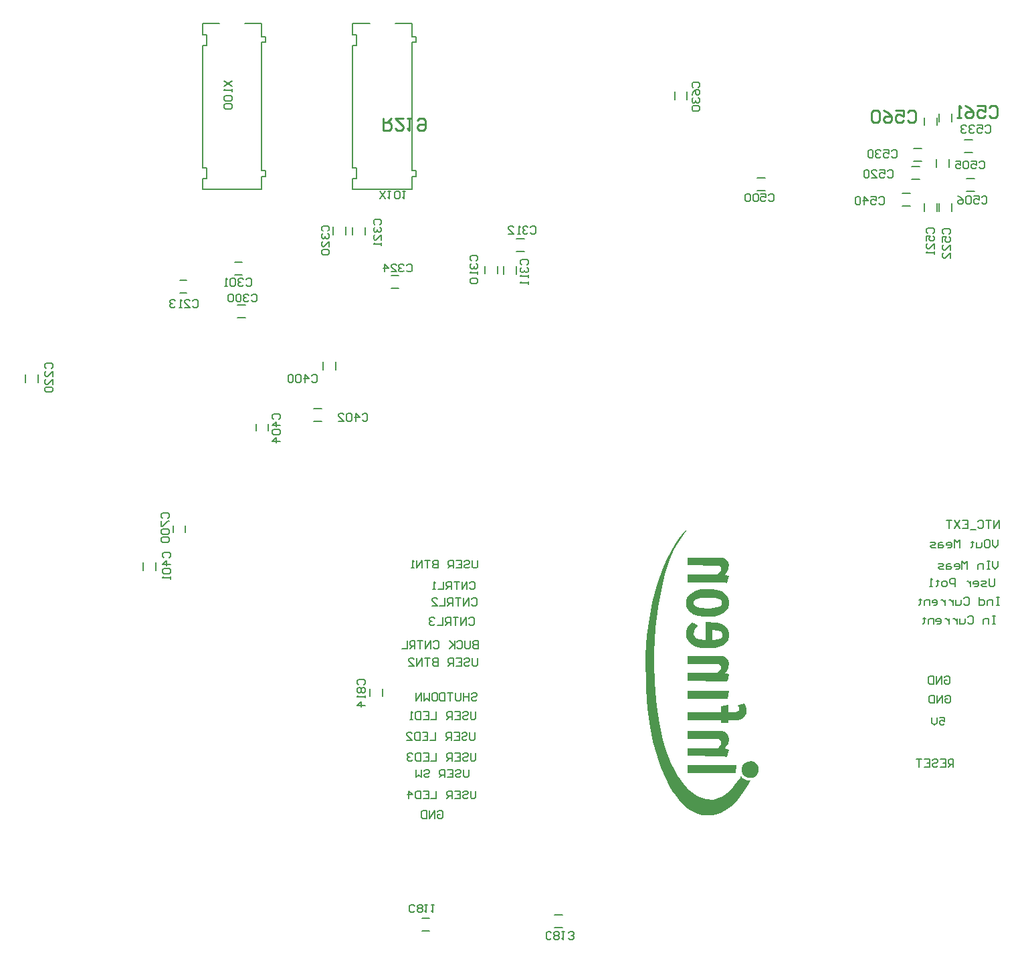
<source format=gbo>
G04*
G04 #@! TF.GenerationSoftware,Altium Limited,Altium Designer,22.2.1 (43)*
G04*
G04 Layer_Color=32896*
%FSLAX25Y25*%
%MOIN*%
G70*
G04*
G04 #@! TF.SameCoordinates,B3CF93AD-5C46-479A-8AA0-F490141B64D1*
G04*
G04*
G04 #@! TF.FilePolarity,Positive*
G04*
G01*
G75*
%ADD12C,0.00787*%
%ADD13C,0.01000*%
G36*
X353028Y206734D02*
X354248Y206192D01*
X355333Y204972D01*
X355875Y203345D01*
X355604Y200904D01*
X355062Y199819D01*
X353841Y198192D01*
X356011Y197650D01*
X355062Y193989D01*
X353435Y194260D01*
X335130Y194396D01*
Y198463D01*
X350316D01*
X351808Y200362D01*
Y202124D01*
X350858Y202802D01*
X335130Y202938D01*
Y206870D01*
X353028Y206734D01*
D02*
G37*
G36*
X349638Y190870D02*
X352079Y190057D01*
X353977Y188836D01*
X355333Y187209D01*
X356011Y185175D01*
Y183277D01*
X355604Y181785D01*
X354655Y180294D01*
X352892Y178938D01*
X351536Y178260D01*
X348553Y177446D01*
X343265Y177311D01*
X340689Y177718D01*
X338248Y178531D01*
X336892Y179345D01*
X335672Y180565D01*
X334723Y182463D01*
X334647Y183907D01*
X334587Y185040D01*
X334994Y186667D01*
X335943Y188158D01*
X337774Y189514D01*
X338655Y190057D01*
X341909Y191006D01*
X347875Y191141D01*
X349638Y190870D01*
D02*
G37*
G36*
X349774Y174463D02*
X352214Y173785D01*
X353841Y172836D01*
X355333Y171209D01*
X356011Y169175D01*
Y167973D01*
X352543D01*
X352621Y168769D01*
X352214Y169582D01*
X351672Y169989D01*
X350723Y170396D01*
X347469Y170667D01*
Y165650D01*
X350723Y166057D01*
X352079Y166735D01*
X352485Y167277D01*
X352543Y167962D01*
X356011D01*
Y167277D01*
X355604Y165785D01*
X354926Y164701D01*
X353028Y163074D01*
X351401Y162260D01*
X348825Y161582D01*
X342045D01*
X339333Y162260D01*
X336757Y163751D01*
X335536Y165243D01*
X334723Y167141D01*
Y170260D01*
X335265Y171887D01*
X336214Y173379D01*
X337299Y174463D01*
X338655Y173921D01*
X340282Y172972D01*
Y172701D01*
X339604Y172158D01*
X338519Y170396D01*
X338384Y168362D01*
X338791Y167412D01*
X339740Y166463D01*
X341096Y165921D01*
X344214Y165650D01*
Y174734D01*
X349774Y174463D01*
D02*
G37*
G36*
X352892Y157650D02*
X354384Y156972D01*
X355333Y155887D01*
X355875Y154260D01*
X355604Y151819D01*
X354926Y150463D01*
X353841Y149107D01*
X354655Y148972D01*
X356011Y148565D01*
X355469Y146260D01*
X354926Y144904D01*
X353164Y145175D01*
X335130Y145311D01*
Y149243D01*
X350045D01*
X350858Y149921D01*
X351808Y151277D01*
X351943Y152633D01*
X351672Y153175D01*
X350723Y153718D01*
X335130Y153853D01*
Y157785D01*
X352892Y157650D01*
D02*
G37*
G36*
X355333Y136362D02*
X335130D01*
Y140429D01*
X355875D01*
X355333Y136362D01*
D02*
G37*
G36*
X364011Y133514D02*
X364553Y131616D01*
X364418Y129040D01*
X363604Y127412D01*
X362384Y126463D01*
X360214Y125650D01*
X355469D01*
Y124294D01*
X351943D01*
Y125650D01*
X335130D01*
Y129718D01*
X351943D01*
Y132701D01*
X355469Y133379D01*
Y129718D01*
X359401D01*
X360621Y130260D01*
X360892Y130667D01*
Y132158D01*
X360350Y133107D01*
X361977Y133785D01*
X363604Y134192D01*
X364011Y133514D01*
D02*
G37*
G36*
X353706Y119955D02*
X354384Y119548D01*
X355333Y118463D01*
X355875Y116836D01*
Y115616D01*
X355469Y113989D01*
X354384Y112226D01*
X353706Y111684D01*
X356011Y111141D01*
X355062Y107345D01*
X353028Y107752D01*
X335130Y107887D01*
Y111819D01*
X350180D01*
X350858Y112497D01*
X351808Y113853D01*
X351943Y115209D01*
X351672Y115752D01*
X350723Y116294D01*
X335130Y116429D01*
Y120362D01*
X352079D01*
X353706Y119955D01*
D02*
G37*
G36*
X359130Y99209D02*
X335130D01*
Y103277D01*
X359536D01*
X359130Y99209D01*
D02*
G37*
G36*
X368214Y105040D02*
X369299Y104362D01*
X370113Y103277D01*
X370655Y102057D01*
Y100158D01*
X370384Y99345D01*
X369570Y98124D01*
X367808Y97040D01*
X365096D01*
X364011Y97582D01*
X363062Y98531D01*
X362384Y99887D01*
X362248Y101785D01*
X362926Y103548D01*
X363740Y104362D01*
X365096Y105175D01*
X367265Y105311D01*
X368214Y105040D01*
D02*
G37*
G36*
X334587Y220023D02*
X332824Y217853D01*
X330113Y213650D01*
X328350Y210260D01*
X326045Y204701D01*
X324011Y198463D01*
X322113Y190870D01*
X320485Y181921D01*
X319265Y171616D01*
X318587Y159684D01*
X318655Y153853D01*
X318853Y144542D01*
X319130Y140023D01*
X319808Y132836D01*
X321164Y124023D01*
X322113Y119413D01*
X322926Y116158D01*
X324282Y111413D01*
X325909Y106938D01*
X326994Y104362D01*
X328485Y101243D01*
X330248Y98124D01*
X331469Y96226D01*
X333231Y93921D01*
X334858Y92023D01*
X336350Y90667D01*
X337570Y89718D01*
X338926Y88769D01*
X340553Y87819D01*
X342180Y87141D01*
X344485Y86463D01*
X348282Y86192D01*
X350045Y86599D01*
X352485Y87684D01*
X355062Y89446D01*
X356011Y90260D01*
X357231Y91480D01*
X358723Y93243D01*
X361435Y96904D01*
X361706Y97582D01*
X362113Y97718D01*
X362384Y97175D01*
X363604Y96362D01*
X364825Y95819D01*
X366452Y95548D01*
X365503Y93650D01*
X363062Y89718D01*
X360350Y86192D01*
X356824Y82802D01*
X353841Y80633D01*
X351536Y79413D01*
X348011Y78328D01*
X342587D01*
X340146Y79006D01*
X336892Y80633D01*
X335265Y81718D01*
X333774Y82938D01*
X331875Y84836D01*
X330180Y86938D01*
X329164Y88226D01*
X327672Y90396D01*
X325909Y93379D01*
X324418Y96226D01*
X322248Y101243D01*
X320079Y107480D01*
X318045Y115074D01*
X316553Y122531D01*
X315333Y131209D01*
X314519Y141379D01*
X314384Y158463D01*
X315062Y168090D01*
X316146Y176362D01*
X317638Y184226D01*
X319943Y193040D01*
X322926Y201446D01*
X324553Y205243D01*
X326858Y209582D01*
X328892Y213243D01*
X331062Y216497D01*
X332282Y218124D01*
X333367Y219480D01*
X334180Y220294D01*
X334723Y220429D01*
X334587Y220023D01*
D02*
G37*
%LPC*%
G36*
X349367Y186667D02*
X341502D01*
X339604Y186124D01*
X338791Y185582D01*
X338248Y184633D01*
X338384Y183955D01*
Y183413D01*
X339604Y182328D01*
X341231Y181785D01*
X346384Y181514D01*
X350045Y181921D01*
X351401Y182463D01*
X352214Y183413D01*
X352350Y184633D01*
X352079Y185311D01*
X351265Y185989D01*
X349367Y186667D01*
D02*
G37*
%LPD*%
D12*
X114570Y473027D02*
X123034D01*
X93507D02*
X101971D01*
X95475Y462003D02*
Y467515D01*
X123034Y466530D02*
X125003D01*
Y463774D02*
Y466530D01*
X123034Y463774D02*
X125003D01*
X123034Y399601D02*
Y463774D01*
Y399601D02*
X125003D01*
Y396845D02*
Y399601D01*
X123034Y396845D02*
X125003D01*
X123034Y390349D02*
Y396845D01*
X93507Y390349D02*
Y395861D01*
X95475D01*
Y400979D01*
X93507D02*
X95475D01*
X93507D02*
Y462003D01*
X95475D01*
X93507Y467515D02*
X95475D01*
X93507D02*
Y473027D01*
X123034Y466530D02*
Y473027D01*
X93507Y390349D02*
X123034D01*
X170310Y461971D02*
Y467483D01*
X197869Y466499D02*
X199838D01*
Y463743D02*
Y466499D01*
X197869Y463743D02*
X199838D01*
X197869Y399570D02*
Y463743D01*
Y399570D02*
X199838D01*
Y396814D02*
Y399570D01*
X197869Y396814D02*
X199838D01*
X197869Y390318D02*
Y396814D01*
X168342Y390318D02*
Y395830D01*
X170310D01*
Y400948D01*
X168342D02*
X170310D01*
X168342D02*
Y461971D01*
X170310D01*
X168342Y467483D02*
X170310D01*
X168342D02*
Y472995D01*
X197869Y466499D02*
Y472995D01*
X168342Y390318D02*
X197869D01*
X168342Y472995D02*
X176806D01*
X189405D02*
X197869D01*
X460680Y379523D02*
Y383459D01*
X466979Y379523D02*
Y383459D01*
X474216Y395664D02*
X478153D01*
X474216Y389365D02*
X478153D01*
X466979Y424011D02*
Y427948D01*
X460680Y424011D02*
Y427948D01*
X82090Y344877D02*
X85633D01*
X82090Y338578D02*
X85633D01*
X5121Y294090D02*
Y298026D01*
X11420Y294090D02*
Y298026D01*
X111024Y326378D02*
X114961D01*
X111024Y332677D02*
X114961D01*
X109452Y347633D02*
X113389D01*
X109452Y353932D02*
X113389D01*
X234255Y348223D02*
Y352160D01*
X240554Y348223D02*
Y352160D01*
X243704Y348026D02*
Y351963D01*
X250003Y348026D02*
Y351963D01*
X250003Y365743D02*
X253940D01*
X250003Y359444D02*
X253940D01*
X164964Y367711D02*
Y371649D01*
X158664Y367711D02*
Y371649D01*
X168113Y367711D02*
Y371255D01*
X174412Y367711D02*
Y371255D01*
X187598Y347244D02*
X191142D01*
X187598Y340945D02*
X191142D01*
X153546Y300389D02*
Y304326D01*
X159845Y300389D02*
Y304326D01*
X70082Y200507D02*
Y204444D01*
X63782Y200507D02*
Y204444D01*
X148822Y274798D02*
X152759D01*
X148822Y281097D02*
X152759D01*
X120082Y269877D02*
Y273420D01*
X126381Y269877D02*
Y273420D01*
X369885Y396058D02*
X373822D01*
X369885Y389759D02*
X373822D01*
X459105Y401373D02*
Y405310D01*
X465405Y401373D02*
Y405310D01*
X446901Y401767D02*
X450838D01*
X446901Y395467D02*
X450838D01*
X453200Y379326D02*
Y383263D01*
X459499Y379326D02*
Y383263D01*
X447885Y404523D02*
X451822D01*
X447885Y410822D02*
X451822D01*
X473279Y415153D02*
X477215D01*
X473279Y408853D02*
X477215D01*
X442176Y382082D02*
X446113D01*
X442176Y388381D02*
X446113D01*
X335042Y435034D02*
Y438971D01*
X328743Y435034D02*
Y438971D01*
X78743Y219328D02*
Y222871D01*
X85042Y219328D02*
Y222871D01*
X202756Y27165D02*
X206693D01*
X202756Y20866D02*
X206693D01*
X268898Y28740D02*
X272835D01*
X268898Y22441D02*
X272835D01*
X176772Y137598D02*
Y141535D01*
X183071Y137598D02*
Y141535D01*
X453200Y422239D02*
Y426176D01*
X459499Y422239D02*
Y426176D01*
X229310Y119659D02*
Y116379D01*
X228654Y115723D01*
X227342D01*
X226687Y116379D01*
Y119659D01*
X222751Y119003D02*
X223407Y119659D01*
X224719D01*
X225375Y119003D01*
Y118347D01*
X224719Y117691D01*
X223407D01*
X222751Y117035D01*
Y116379D01*
X223407Y115723D01*
X224719D01*
X225375Y116379D01*
X218815Y119659D02*
X221439D01*
Y115723D01*
X218815D01*
X221439Y117691D02*
X220127D01*
X217503Y115723D02*
Y119659D01*
X215535D01*
X214879Y119003D01*
Y117691D01*
X215535Y117035D01*
X217503D01*
X216191D02*
X214879Y115723D01*
X209632Y119659D02*
Y115723D01*
X207008D01*
X203072Y119659D02*
X205696D01*
Y115723D01*
X203072D01*
X205696Y117691D02*
X204384D01*
X201760Y119659D02*
Y115723D01*
X199792D01*
X199136Y116379D01*
Y119003D01*
X199792Y119659D01*
X201760D01*
X195201Y115723D02*
X197824D01*
X195201Y118347D01*
Y119003D01*
X195856Y119659D01*
X197168D01*
X197824Y119003D01*
X229704Y90525D02*
Y87245D01*
X229048Y86589D01*
X227736D01*
X227080Y87245D01*
Y90525D01*
X223144Y89869D02*
X223800Y90525D01*
X225112D01*
X225768Y89869D01*
Y89213D01*
X225112Y88557D01*
X223800D01*
X223144Y87901D01*
Y87245D01*
X223800Y86589D01*
X225112D01*
X225768Y87245D01*
X219209Y90525D02*
X221832D01*
Y86589D01*
X219209D01*
X221832Y88557D02*
X220521D01*
X217897Y86589D02*
Y90525D01*
X215929D01*
X215273Y89869D01*
Y88557D01*
X215929Y87901D01*
X217897D01*
X216585D02*
X215273Y86589D01*
X210025Y90525D02*
Y86589D01*
X207401D01*
X203466Y90525D02*
X206090D01*
Y86589D01*
X203466D01*
X206090Y88557D02*
X204778D01*
X202154Y90525D02*
Y86589D01*
X200186D01*
X199530Y87245D01*
Y89869D01*
X200186Y90525D01*
X202154D01*
X196250Y86589D02*
Y90525D01*
X198218Y88557D01*
X195594D01*
X490554Y221517D02*
Y225453D01*
X487930Y221517D01*
Y225453D01*
X486618D02*
X483995D01*
X485307D01*
Y221517D01*
X480059Y224797D02*
X480715Y225453D01*
X482027D01*
X482683Y224797D01*
Y222173D01*
X482027Y221517D01*
X480715D01*
X480059Y222173D01*
X478747Y220861D02*
X476123D01*
X472187Y225453D02*
X474811D01*
Y221517D01*
X472187D01*
X474811Y223485D02*
X473499D01*
X470876Y225453D02*
X468252Y221517D01*
Y225453D02*
X470876Y221517D01*
X466940Y225453D02*
X464316D01*
X465628D01*
Y221517D01*
X489767Y205110D02*
Y202486D01*
X488455Y201174D01*
X487143Y202486D01*
Y205110D01*
X485831D02*
X484519D01*
X485175D01*
Y201174D01*
X485831D01*
X484519D01*
X482551D02*
Y203798D01*
X480583D01*
X479927Y203142D01*
Y201174D01*
X474680D02*
Y205110D01*
X473368Y203798D01*
X472056Y205110D01*
Y201174D01*
X468776D02*
X470088D01*
X470744Y201830D01*
Y203142D01*
X470088Y203798D01*
X468776D01*
X468120Y203142D01*
Y202486D01*
X470744D01*
X466152Y203798D02*
X464840D01*
X464184Y203142D01*
Y201174D01*
X466152D01*
X466808Y201830D01*
X466152Y202486D01*
X464184D01*
X462873Y201174D02*
X460905D01*
X460249Y201830D01*
X460905Y202486D01*
X462217D01*
X462873Y203142D01*
X462217Y203798D01*
X460249D01*
X488583Y177558D02*
X487271D01*
X487927D01*
Y173622D01*
X488583D01*
X487271D01*
X485303D02*
Y176246D01*
X483335D01*
X482679Y175590D01*
Y173622D01*
X474808Y176902D02*
X475464Y177558D01*
X476776D01*
X477431Y176902D01*
Y174278D01*
X476776Y173622D01*
X475464D01*
X474808Y174278D01*
X473496Y176246D02*
Y174278D01*
X472840Y173622D01*
X470872D01*
Y176246D01*
X469560D02*
Y173622D01*
Y174934D01*
X468904Y175590D01*
X468248Y176246D01*
X467592D01*
X465624D02*
Y173622D01*
Y174934D01*
X464968Y175590D01*
X464312Y176246D01*
X463656D01*
X459721Y173622D02*
X461032D01*
X461689Y174278D01*
Y175590D01*
X461032Y176246D01*
X459721D01*
X459065Y175590D01*
Y174934D01*
X461689D01*
X457753Y173622D02*
Y176246D01*
X455785D01*
X455129Y175590D01*
Y173622D01*
X453161Y176902D02*
Y176246D01*
X453817D01*
X452505D01*
X453161D01*
Y174278D01*
X452505Y173622D01*
X227474Y185932D02*
X228130Y186588D01*
X229442D01*
X230098Y185932D01*
Y183308D01*
X229442Y182652D01*
X228130D01*
X227474Y183308D01*
X226162Y182652D02*
Y186588D01*
X223538Y182652D01*
Y186588D01*
X222226D02*
X219602D01*
X220914D01*
Y182652D01*
X218290D02*
Y186588D01*
X216323D01*
X215667Y185932D01*
Y184620D01*
X216323Y183964D01*
X218290D01*
X216979D02*
X215667Y182652D01*
X214355Y186588D02*
Y182652D01*
X211731D01*
X207795D02*
X210419D01*
X207795Y185276D01*
Y185932D01*
X208451Y186588D01*
X209763D01*
X210419Y185932D01*
X226293Y176483D02*
X226949Y177139D01*
X228261D01*
X228917Y176483D01*
Y173859D01*
X228261Y173204D01*
X226949D01*
X226293Y173859D01*
X224981Y173204D02*
Y177139D01*
X222357Y173204D01*
Y177139D01*
X221045D02*
X218421D01*
X219733D01*
Y173204D01*
X217109D02*
Y177139D01*
X215142D01*
X214486Y176483D01*
Y175171D01*
X215142Y174515D01*
X217109D01*
X215797D02*
X214486Y173204D01*
X213174Y177139D02*
Y173204D01*
X210550D01*
X209238Y176483D02*
X208582Y177139D01*
X207270D01*
X206614Y176483D01*
Y175827D01*
X207270Y175171D01*
X207926D01*
X207270D01*
X206614Y174515D01*
Y173859D01*
X207270Y173204D01*
X208582D01*
X209238Y173859D01*
X463124Y146981D02*
X463780Y147636D01*
X465092D01*
X465748Y146981D01*
Y144357D01*
X465092Y143701D01*
X463780D01*
X463124Y144357D01*
Y145669D01*
X464436D01*
X461812Y143701D02*
Y147636D01*
X459189Y143701D01*
Y147636D01*
X457877D02*
Y143701D01*
X455909D01*
X455253Y144357D01*
Y146981D01*
X455909Y147636D01*
X457877D01*
X463518Y137532D02*
X464174Y138188D01*
X465486D01*
X466142Y137532D01*
Y134908D01*
X465486Y134252D01*
X464174D01*
X463518Y134908D01*
Y136220D01*
X464830D01*
X462206Y134252D02*
Y138188D01*
X459582Y134252D01*
Y138188D01*
X458270D02*
Y134252D01*
X456302D01*
X455646Y134908D01*
Y137532D01*
X456302Y138188D01*
X458270D01*
X230491Y156667D02*
Y153387D01*
X229835Y152731D01*
X228523D01*
X227868Y153387D01*
Y156667D01*
X223932Y156011D02*
X224588Y156667D01*
X225900D01*
X226556Y156011D01*
Y155355D01*
X225900Y154699D01*
X224588D01*
X223932Y154043D01*
Y153387D01*
X224588Y152731D01*
X225900D01*
X226556Y153387D01*
X219996Y156667D02*
X222620D01*
Y152731D01*
X219996D01*
X222620Y154699D02*
X221308D01*
X218684Y152731D02*
Y156667D01*
X216716D01*
X216060Y156011D01*
Y154699D01*
X216716Y154043D01*
X218684D01*
X217372D02*
X216060Y152731D01*
X210813Y156667D02*
Y152731D01*
X208845D01*
X208189Y153387D01*
Y154043D01*
X208845Y154699D01*
X210813D01*
X208845D01*
X208189Y155355D01*
Y156011D01*
X208845Y156667D01*
X210813D01*
X206877D02*
X204253D01*
X205565D01*
Y152731D01*
X202941D02*
Y156667D01*
X200317Y152731D01*
Y156667D01*
X196382Y152731D02*
X199005D01*
X196382Y155355D01*
Y156011D01*
X197038Y156667D01*
X198349D01*
X199005Y156011D01*
X226161Y101155D02*
Y97875D01*
X225505Y97219D01*
X224193D01*
X223537Y97875D01*
Y101155D01*
X219601Y100499D02*
X220257Y101155D01*
X221569D01*
X222225Y100499D01*
Y99843D01*
X221569Y99187D01*
X220257D01*
X219601Y98531D01*
Y97875D01*
X220257Y97219D01*
X221569D01*
X222225Y97875D01*
X215665Y101155D02*
X218289D01*
Y97219D01*
X215665D01*
X218289Y99187D02*
X216977D01*
X214353Y97219D02*
Y101155D01*
X212386D01*
X211730Y100499D01*
Y99187D01*
X212386Y98531D01*
X214353D01*
X213042D02*
X211730Y97219D01*
X203858Y100499D02*
X204514Y101155D01*
X205826D01*
X206482Y100499D01*
Y99843D01*
X205826Y99187D01*
X204514D01*
X203858Y98531D01*
Y97875D01*
X204514Y97219D01*
X205826D01*
X206482Y97875D01*
X202546Y101155D02*
Y97219D01*
X201234Y98531D01*
X199922Y97219D01*
Y101155D01*
X490551Y187007D02*
X489239D01*
X489895D01*
Y183071D01*
X490551D01*
X489239D01*
X487271D02*
Y185695D01*
X485303D01*
X484648Y185039D01*
Y183071D01*
X480712Y187007D02*
Y183071D01*
X482680D01*
X483336Y183727D01*
Y185039D01*
X482680Y185695D01*
X480712D01*
X472840Y186351D02*
X473496Y187007D01*
X474808D01*
X475464Y186351D01*
Y183727D01*
X474808Y183071D01*
X473496D01*
X472840Y183727D01*
X471528Y185695D02*
Y183727D01*
X470872Y183071D01*
X468905D01*
Y185695D01*
X467593D02*
Y183071D01*
Y184383D01*
X466937Y185039D01*
X466281Y185695D01*
X465625D01*
X463657D02*
Y183071D01*
Y184383D01*
X463001Y185039D01*
X462345Y185695D01*
X461689D01*
X457753Y183071D02*
X459065D01*
X459721Y183727D01*
Y185039D01*
X459065Y185695D01*
X457753D01*
X457097Y185039D01*
Y184383D01*
X459721D01*
X455786Y183071D02*
Y185695D01*
X453818D01*
X453162Y185039D01*
Y183071D01*
X451194Y186351D02*
Y185695D01*
X451850D01*
X450538D01*
X451194D01*
Y183727D01*
X450538Y183071D01*
X230885Y165328D02*
Y161392D01*
X228917D01*
X228261Y162048D01*
Y162704D01*
X228917Y163360D01*
X230885D01*
X228917D01*
X228261Y164016D01*
Y164672D01*
X228917Y165328D01*
X230885D01*
X226949D02*
Y162048D01*
X226293Y161392D01*
X224981D01*
X224325Y162048D01*
Y165328D01*
X220390Y164672D02*
X221046Y165328D01*
X222358D01*
X223014Y164672D01*
Y162048D01*
X222358Y161392D01*
X221046D01*
X220390Y162048D01*
X219078Y165328D02*
Y161392D01*
Y162704D01*
X216454Y165328D01*
X218422Y163360D01*
X216454Y161392D01*
X208583Y164672D02*
X209239Y165328D01*
X210550D01*
X211206Y164672D01*
Y162048D01*
X210550Y161392D01*
X209239D01*
X208583Y162048D01*
X207271Y161392D02*
Y165328D01*
X204647Y161392D01*
Y165328D01*
X203335D02*
X200711D01*
X202023D01*
Y161392D01*
X199399D02*
Y165328D01*
X197431D01*
X196775Y164672D01*
Y163360D01*
X197431Y162704D01*
X199399D01*
X198087D02*
X196775Y161392D01*
X195463Y165328D02*
Y161392D01*
X192840D01*
X488189Y196455D02*
Y193176D01*
X487533Y192520D01*
X486221D01*
X485565Y193176D01*
Y196455D01*
X484253Y192520D02*
X482285D01*
X481629Y193176D01*
X482285Y193832D01*
X483597D01*
X484253Y194488D01*
X483597Y195143D01*
X481629D01*
X478350Y192520D02*
X479662D01*
X480317Y193176D01*
Y194488D01*
X479662Y195143D01*
X478350D01*
X477694Y194488D01*
Y193832D01*
X480317D01*
X476382Y195143D02*
Y192520D01*
Y193832D01*
X475726Y194488D01*
X475070Y195143D01*
X474414D01*
X468510Y192520D02*
Y196455D01*
X466542D01*
X465886Y195800D01*
Y194488D01*
X466542Y193832D01*
X468510D01*
X463919Y192520D02*
X462607D01*
X461951Y193176D01*
Y194488D01*
X462607Y195143D01*
X463919D01*
X464574Y194488D01*
Y193176D01*
X463919Y192520D01*
X459983Y195800D02*
Y195143D01*
X460639D01*
X459327D01*
X459983D01*
Y193176D01*
X459327Y192520D01*
X457359D02*
X456047D01*
X456703D01*
Y196455D01*
X457359Y195800D01*
X226687Y194200D02*
X227342Y194856D01*
X228654D01*
X229310Y194200D01*
Y191576D01*
X228654Y190920D01*
X227342D01*
X226687Y191576D01*
X225375Y190920D02*
Y194856D01*
X222751Y190920D01*
Y194856D01*
X221439D02*
X218815D01*
X220127D01*
Y190920D01*
X217503D02*
Y194856D01*
X215535D01*
X214879Y194200D01*
Y192888D01*
X215535Y192232D01*
X217503D01*
X216191D02*
X214879Y190920D01*
X213567Y194856D02*
Y190920D01*
X210944D01*
X209632D02*
X208320D01*
X208976D01*
Y194856D01*
X209632Y194200D01*
X230491Y205486D02*
Y202206D01*
X229835Y201550D01*
X228523D01*
X227868Y202206D01*
Y205486D01*
X223932Y204830D02*
X224588Y205486D01*
X225900D01*
X226556Y204830D01*
Y204174D01*
X225900Y203518D01*
X224588D01*
X223932Y202862D01*
Y202206D01*
X224588Y201550D01*
X225900D01*
X226556Y202206D01*
X219996Y205486D02*
X222620D01*
Y201550D01*
X219996D01*
X222620Y203518D02*
X221308D01*
X218684Y201550D02*
Y205486D01*
X216716D01*
X216060Y204830D01*
Y203518D01*
X216716Y202862D01*
X218684D01*
X217372D02*
X216060Y201550D01*
X210813Y205486D02*
Y201550D01*
X208845D01*
X208189Y202206D01*
Y202862D01*
X208845Y203518D01*
X210813D01*
X208845D01*
X208189Y204174D01*
Y204830D01*
X208845Y205486D01*
X210813D01*
X206877D02*
X204253D01*
X205565D01*
Y201550D01*
X202941D02*
Y205486D01*
X200317Y201550D01*
Y205486D01*
X199005Y201550D02*
X197694D01*
X198349D01*
Y205486D01*
X199005Y204830D01*
X227474Y138688D02*
X228130Y139344D01*
X229442D01*
X230098Y138688D01*
Y138032D01*
X229442Y137376D01*
X228130D01*
X227474Y136720D01*
Y136064D01*
X228130Y135408D01*
X229442D01*
X230098Y136064D01*
X226162Y139344D02*
Y135408D01*
Y137376D01*
X223538D01*
Y139344D01*
Y135408D01*
X222226Y139344D02*
Y136064D01*
X221570Y135408D01*
X220258D01*
X219602Y136064D01*
Y139344D01*
X218290D02*
X215667D01*
X216979D01*
Y135408D01*
X214355Y139344D02*
Y135408D01*
X212387D01*
X211731Y136064D01*
Y138688D01*
X212387Y139344D01*
X214355D01*
X208451D02*
X209763D01*
X210419Y138688D01*
Y136064D01*
X209763Y135408D01*
X208451D01*
X207795Y136064D01*
Y138688D01*
X208451Y139344D01*
X206483D02*
Y135408D01*
X205171Y136720D01*
X203859Y135408D01*
Y139344D01*
X202548Y135408D02*
Y139344D01*
X199924Y135408D01*
Y139344D01*
X229704Y109423D02*
Y106143D01*
X229048Y105487D01*
X227736D01*
X227080Y106143D01*
Y109423D01*
X223144Y108767D02*
X223800Y109423D01*
X225112D01*
X225768Y108767D01*
Y108111D01*
X225112Y107455D01*
X223800D01*
X223144Y106799D01*
Y106143D01*
X223800Y105487D01*
X225112D01*
X225768Y106143D01*
X219209Y109423D02*
X221832D01*
Y105487D01*
X219209D01*
X221832Y107455D02*
X220521D01*
X217897Y105487D02*
Y109423D01*
X215929D01*
X215273Y108767D01*
Y107455D01*
X215929Y106799D01*
X217897D01*
X216585D02*
X215273Y105487D01*
X210025Y109423D02*
Y105487D01*
X207401D01*
X203466Y109423D02*
X206090D01*
Y105487D01*
X203466D01*
X206090Y107455D02*
X204778D01*
X202154Y109423D02*
Y105487D01*
X200186D01*
X199530Y106143D01*
Y108767D01*
X200186Y109423D01*
X202154D01*
X198218Y108767D02*
X197562Y109423D01*
X196250D01*
X195594Y108767D01*
Y108111D01*
X196250Y107455D01*
X196906D01*
X196250D01*
X195594Y106799D01*
Y106143D01*
X196250Y105487D01*
X197562D01*
X198218Y106143D01*
X467717Y102362D02*
Y106298D01*
X465749D01*
X465093Y105642D01*
Y104330D01*
X465749Y103674D01*
X467717D01*
X466405D02*
X465093Y102362D01*
X461157Y106298D02*
X463781D01*
Y102362D01*
X461157D01*
X463781Y104330D02*
X462469D01*
X457221Y105642D02*
X457877Y106298D01*
X459189D01*
X459845Y105642D01*
Y104986D01*
X459189Y104330D01*
X457877D01*
X457221Y103674D01*
Y103018D01*
X457877Y102362D01*
X459189D01*
X459845Y103018D01*
X453286Y106298D02*
X455909D01*
Y102362D01*
X453286D01*
X455909Y104330D02*
X454597D01*
X451974Y106298D02*
X449350D01*
X450662D01*
Y102362D01*
X229704Y129895D02*
Y126615D01*
X229048Y125959D01*
X227736D01*
X227080Y126615D01*
Y129895D01*
X223144Y129239D02*
X223800Y129895D01*
X225112D01*
X225768Y129239D01*
Y128583D01*
X225112Y127927D01*
X223800D01*
X223144Y127271D01*
Y126615D01*
X223800Y125959D01*
X225112D01*
X225768Y126615D01*
X219209Y129895D02*
X221832D01*
Y125959D01*
X219209D01*
X221832Y127927D02*
X220521D01*
X217897Y125959D02*
Y129895D01*
X215929D01*
X215273Y129239D01*
Y127927D01*
X215929Y127271D01*
X217897D01*
X216585D02*
X215273Y125959D01*
X210025Y129895D02*
Y125959D01*
X207401D01*
X203466Y129895D02*
X206090D01*
Y125959D01*
X203466D01*
X206090Y127927D02*
X204778D01*
X202154Y129895D02*
Y125959D01*
X200186D01*
X199530Y126615D01*
Y129239D01*
X200186Y129895D01*
X202154D01*
X198218Y125959D02*
X196906D01*
X197562D01*
Y129895D01*
X198218Y129239D01*
X489767Y215686D02*
Y213063D01*
X488455Y211751D01*
X487143Y213063D01*
Y215686D01*
X483863D02*
X485175D01*
X485831Y215030D01*
Y212407D01*
X485175Y211751D01*
X483863D01*
X483207Y212407D01*
Y215030D01*
X483863Y215686D01*
X481895Y214374D02*
Y212407D01*
X481239Y211751D01*
X479271D01*
Y214374D01*
X477304Y215030D02*
Y214374D01*
X477959D01*
X476648D01*
X477304D01*
Y212407D01*
X476648Y211751D01*
X470744D02*
Y215686D01*
X469432Y214374D01*
X468120Y215686D01*
Y211751D01*
X464840D02*
X466152D01*
X466808Y212407D01*
Y213719D01*
X466152Y214374D01*
X464840D01*
X464184Y213719D01*
Y213063D01*
X466808D01*
X462217Y214374D02*
X460905D01*
X460249Y213719D01*
Y211751D01*
X462217D01*
X462873Y212407D01*
X462217Y213063D01*
X460249D01*
X458937Y211751D02*
X456969D01*
X456313Y212407D01*
X456969Y213063D01*
X458281D01*
X458937Y213719D01*
X458281Y214374D01*
X456313D01*
X210545Y80027D02*
X211201Y80682D01*
X212513D01*
X213169Y80027D01*
Y77403D01*
X212513Y76747D01*
X211201D01*
X210545Y77403D01*
Y78715D01*
X211857D01*
X209233Y76747D02*
Y80682D01*
X206609Y76747D01*
Y80682D01*
X205297D02*
Y76747D01*
X203329D01*
X202673Y77403D01*
Y80027D01*
X203329Y80682D01*
X205297D01*
X460762Y127164D02*
X463386D01*
Y125196D01*
X462074Y125852D01*
X461418D01*
X460762Y125196D01*
Y123884D01*
X461418Y123228D01*
X462730D01*
X463386Y123884D01*
X459450Y127164D02*
Y124540D01*
X458138Y123228D01*
X456826Y124540D01*
Y127164D01*
X104334Y444284D02*
X108270Y441660D01*
X104334D02*
X108270Y444284D01*
Y440348D02*
Y439036D01*
Y439692D01*
X104334D01*
X104990Y440348D01*
Y437069D02*
X104334Y436413D01*
Y435101D01*
X104990Y434445D01*
X107614D01*
X108270Y435101D01*
Y436413D01*
X107614Y437069D01*
X104990D01*
Y433133D02*
X104334Y432477D01*
Y431165D01*
X104990Y430509D01*
X107614D01*
X108270Y431165D01*
Y432477D01*
X107614Y433133D01*
X104990D01*
X181992Y385594D02*
X184616Y389530D01*
Y385594D02*
X181992Y389530D01*
X185928D02*
X187240D01*
X186584D01*
Y385594D01*
X185928Y386250D01*
X189207D02*
X189864Y385594D01*
X191175D01*
X191831Y386250D01*
Y388874D01*
X191175Y389530D01*
X189864D01*
X189207Y388874D01*
Y386250D01*
X193143Y389530D02*
X194455D01*
X193799D01*
Y385594D01*
X193143Y386250D01*
X171129Y143437D02*
X170473Y144093D01*
Y145405D01*
X171129Y146061D01*
X173753D01*
X174409Y145405D01*
Y144093D01*
X173753Y143437D01*
X171129Y142125D02*
X170473Y141469D01*
Y140157D01*
X171129Y139501D01*
X171785D01*
X172441Y140157D01*
X173097Y139501D01*
X173753D01*
X174409Y140157D01*
Y141469D01*
X173753Y142125D01*
X173097D01*
X172441Y141469D01*
X171785Y142125D01*
X171129D01*
X172441Y141469D02*
Y140157D01*
X174409Y138189D02*
Y136877D01*
Y137533D01*
X170473D01*
X171129Y138189D01*
X174409Y132942D02*
X170473D01*
X172441Y134909D01*
Y132286D01*
X267390Y17192D02*
X266734Y16536D01*
X265422D01*
X264766Y17192D01*
Y19816D01*
X265422Y20472D01*
X266734D01*
X267390Y19816D01*
X268702Y17192D02*
X269358Y16536D01*
X270670D01*
X271326Y17192D01*
Y17848D01*
X270670Y18504D01*
X271326Y19160D01*
Y19816D01*
X270670Y20472D01*
X269358D01*
X268702Y19816D01*
Y19160D01*
X269358Y18504D01*
X268702Y17848D01*
Y17192D01*
X269358Y18504D02*
X270670D01*
X272638Y20472D02*
X273949D01*
X273293D01*
Y16536D01*
X272638Y17192D01*
X275917D02*
X276573Y16536D01*
X277885D01*
X278541Y17192D01*
Y17848D01*
X277885Y18504D01*
X277229D01*
X277885D01*
X278541Y19160D01*
Y19816D01*
X277885Y20472D01*
X276573D01*
X275917Y19816D01*
X199148Y30578D02*
X198492Y29922D01*
X197180D01*
X196524Y30578D01*
Y33202D01*
X197180Y33858D01*
X198492D01*
X199148Y33202D01*
X200460Y30578D02*
X201116Y29922D01*
X202428D01*
X203084Y30578D01*
Y31234D01*
X202428Y31890D01*
X203084Y32546D01*
Y33202D01*
X202428Y33858D01*
X201116D01*
X200460Y33202D01*
Y32546D01*
X201116Y31890D01*
X200460Y31234D01*
Y30578D01*
X201116Y31890D02*
X202428D01*
X204396Y33858D02*
X205708D01*
X205052D01*
Y29922D01*
X204396Y30578D01*
X207676Y33858D02*
X208987D01*
X208331D01*
Y29922D01*
X207676Y30578D01*
X73494Y226282D02*
X72838Y226938D01*
Y228250D01*
X73494Y228906D01*
X76118D01*
X76774Y228250D01*
Y226938D01*
X76118Y226282D01*
X72838Y224970D02*
Y222346D01*
X73494D01*
X76118Y224970D01*
X76774D01*
X73494Y221034D02*
X72838Y220378D01*
Y219067D01*
X73494Y218410D01*
X76118D01*
X76774Y219067D01*
Y220378D01*
X76118Y221034D01*
X73494D01*
Y217099D02*
X72838Y216443D01*
Y215131D01*
X73494Y214475D01*
X76118D01*
X76774Y215131D01*
Y216443D01*
X76118Y217099D01*
X73494D01*
X338061Y441201D02*
X337405Y441857D01*
Y443169D01*
X338061Y443825D01*
X340685D01*
X341341Y443169D01*
Y441857D01*
X340685Y441201D01*
X337405Y437265D02*
X338061Y438577D01*
X339373Y439889D01*
X340685D01*
X341341Y439233D01*
Y437921D01*
X340685Y437265D01*
X340029D01*
X339373Y437921D01*
Y439889D01*
X338061Y435953D02*
X337405Y435297D01*
Y433985D01*
X338061Y433329D01*
X338717D01*
X339373Y433985D01*
Y434641D01*
Y433985D01*
X340029Y433329D01*
X340685D01*
X341341Y433985D01*
Y435297D01*
X340685Y435953D01*
X338061Y432018D02*
X337405Y431361D01*
Y430050D01*
X338061Y429394D01*
X340685D01*
X341341Y430050D01*
Y431361D01*
X340685Y432018D01*
X338061D01*
X430576Y385958D02*
X431232Y386613D01*
X432544D01*
X433200Y385958D01*
Y383334D01*
X432544Y382678D01*
X431232D01*
X430576Y383334D01*
X426640Y386613D02*
X429264D01*
Y384646D01*
X427952Y385302D01*
X427296D01*
X426640Y384646D01*
Y383334D01*
X427296Y382678D01*
X428608D01*
X429264Y383334D01*
X423360Y382678D02*
Y386613D01*
X425328Y384646D01*
X422705D01*
X421393Y385958D02*
X420737Y386613D01*
X419425D01*
X418769Y385958D01*
Y383334D01*
X419425Y382678D01*
X420737D01*
X421393Y383334D01*
Y385958D01*
X483532Y421779D02*
X484188Y422435D01*
X485499D01*
X486156Y421779D01*
Y419156D01*
X485499Y418500D01*
X484188D01*
X483532Y419156D01*
X479596Y422435D02*
X482220D01*
Y420467D01*
X480908Y421123D01*
X480252D01*
X479596Y420467D01*
Y419156D01*
X480252Y418500D01*
X481564D01*
X482220Y419156D01*
X478284Y421779D02*
X477628Y422435D01*
X476316D01*
X475660Y421779D01*
Y421123D01*
X476316Y420467D01*
X476972D01*
X476316D01*
X475660Y419811D01*
Y419156D01*
X476316Y418500D01*
X477628D01*
X478284Y419156D01*
X474348Y421779D02*
X473692Y422435D01*
X472380D01*
X471724Y421779D01*
Y421123D01*
X472380Y420467D01*
X473036D01*
X472380D01*
X471724Y419811D01*
Y419156D01*
X472380Y418500D01*
X473692D01*
X474348Y419156D01*
X436913Y409378D02*
X437569Y410034D01*
X438881D01*
X439537Y409378D01*
Y406754D01*
X438881Y406098D01*
X437569D01*
X436913Y406754D01*
X432977Y410034D02*
X435601D01*
Y408066D01*
X434289Y408722D01*
X433633D01*
X432977Y408066D01*
Y406754D01*
X433633Y406098D01*
X434945D01*
X435601Y406754D01*
X431665Y409378D02*
X431009Y410034D01*
X429697D01*
X429041Y409378D01*
Y408722D01*
X429697Y408066D01*
X430353D01*
X429697D01*
X429041Y407410D01*
Y406754D01*
X429697Y406098D01*
X431009D01*
X431665Y406754D01*
X427729Y409378D02*
X427073Y410034D01*
X425761D01*
X425105Y409378D01*
Y406754D01*
X425761Y406098D01*
X427073D01*
X427729Y406754D01*
Y409378D01*
X462861Y367977D02*
X462205Y368634D01*
Y369945D01*
X462861Y370601D01*
X465485D01*
X466141Y369945D01*
Y368634D01*
X465485Y367977D01*
X462205Y364042D02*
Y366666D01*
X464173D01*
X463517Y365354D01*
Y364698D01*
X464173Y364042D01*
X465485D01*
X466141Y364698D01*
Y366010D01*
X465485Y366666D01*
X466141Y360106D02*
Y362730D01*
X463517Y360106D01*
X462861D01*
X462205Y360762D01*
Y362074D01*
X462861Y362730D01*
X466141Y356170D02*
Y358794D01*
X463517Y356170D01*
X462861D01*
X462205Y356826D01*
Y358138D01*
X462861Y358794D01*
X454987Y368503D02*
X454331Y369159D01*
Y370470D01*
X454987Y371127D01*
X457611D01*
X458267Y370470D01*
Y369159D01*
X457611Y368503D01*
X454331Y364567D02*
Y367191D01*
X456299D01*
X455643Y365879D01*
Y365223D01*
X456299Y364567D01*
X457611D01*
X458267Y365223D01*
Y366535D01*
X457611Y367191D01*
X458267Y360631D02*
Y363255D01*
X455643Y360631D01*
X454987D01*
X454331Y361287D01*
Y362599D01*
X454987Y363255D01*
X458267Y359319D02*
Y358007D01*
Y358663D01*
X454331D01*
X454987Y359319D01*
X434907Y399343D02*
X435563Y399999D01*
X436874D01*
X437531Y399343D01*
Y396720D01*
X436874Y396064D01*
X435563D01*
X434907Y396720D01*
X430971Y399999D02*
X433595D01*
Y398031D01*
X432283Y398687D01*
X431627D01*
X430971Y398031D01*
Y396720D01*
X431627Y396064D01*
X432939D01*
X433595Y396720D01*
X427035Y396064D02*
X429659D01*
X427035Y398687D01*
Y399343D01*
X427691Y399999D01*
X429003D01*
X429659Y399343D01*
X425723D02*
X425067Y399999D01*
X423755D01*
X423099Y399343D01*
Y396720D01*
X423755Y396064D01*
X425067D01*
X425723Y396720D01*
Y399343D01*
X481757Y386351D02*
X482413Y387007D01*
X483725D01*
X484381Y386351D01*
Y383728D01*
X483725Y383071D01*
X482413D01*
X481757Y383728D01*
X477821Y387007D02*
X480445D01*
Y385039D01*
X479133Y385695D01*
X478477D01*
X477821Y385039D01*
Y383728D01*
X478477Y383071D01*
X479789D01*
X480445Y383728D01*
X476509Y386351D02*
X475853Y387007D01*
X474542D01*
X473886Y386351D01*
Y383728D01*
X474542Y383071D01*
X475853D01*
X476509Y383728D01*
Y386351D01*
X469950Y387007D02*
X471262Y386351D01*
X472574Y385039D01*
Y383728D01*
X471918Y383071D01*
X470606D01*
X469950Y383728D01*
Y384383D01*
X470606Y385039D01*
X472574D01*
X480579Y403837D02*
X481235Y404494D01*
X482547D01*
X483203Y403837D01*
Y401214D01*
X482547Y400558D01*
X481235D01*
X480579Y401214D01*
X476643Y404494D02*
X479267D01*
Y402526D01*
X477955Y403182D01*
X477299D01*
X476643Y402526D01*
Y401214D01*
X477299Y400558D01*
X478611D01*
X479267Y401214D01*
X475331Y403837D02*
X474675Y404494D01*
X473363D01*
X472707Y403837D01*
Y401214D01*
X473363Y400558D01*
X474675D01*
X475331Y401214D01*
Y403837D01*
X468772Y404494D02*
X471395D01*
Y402526D01*
X470084Y403182D01*
X469428D01*
X468772Y402526D01*
Y401214D01*
X469428Y400558D01*
X470740D01*
X471395Y401214D01*
X375658Y387527D02*
X376314Y388183D01*
X377625D01*
X378281Y387527D01*
Y384904D01*
X377625Y384248D01*
X376314D01*
X375658Y384904D01*
X371722Y388183D02*
X374346D01*
Y386215D01*
X373034Y386871D01*
X372378D01*
X371722Y386215D01*
Y384904D01*
X372378Y384248D01*
X373690D01*
X374346Y384904D01*
X370410Y387527D02*
X369754Y388183D01*
X368442D01*
X367786Y387527D01*
Y384904D01*
X368442Y384248D01*
X369754D01*
X370410Y384904D01*
Y387527D01*
X366474D02*
X365818Y388183D01*
X364506D01*
X363850Y387527D01*
Y384904D01*
X364506Y384248D01*
X365818D01*
X366474Y384904D01*
Y387527D01*
X129006Y275847D02*
X128350Y276502D01*
Y277814D01*
X129006Y278470D01*
X131630D01*
X132286Y277814D01*
Y276502D01*
X131630Y275847D01*
X132286Y272567D02*
X128350D01*
X130318Y274535D01*
Y271911D01*
X129006Y270599D02*
X128350Y269943D01*
Y268631D01*
X129006Y267975D01*
X131630D01*
X132286Y268631D01*
Y269943D01*
X131630Y270599D01*
X129006D01*
X132286Y264695D02*
X128350D01*
X130318Y266663D01*
Y264039D01*
X173096Y278084D02*
X173752Y278740D01*
X175064D01*
X175719Y278084D01*
Y275460D01*
X175064Y274804D01*
X173752D01*
X173096Y275460D01*
X169816Y274804D02*
Y278740D01*
X171784Y276772D01*
X169160D01*
X167848Y278084D02*
X167192Y278740D01*
X165880D01*
X165224Y278084D01*
Y275460D01*
X165880Y274804D01*
X167192D01*
X167848Y275460D01*
Y278084D01*
X161288Y274804D02*
X163912D01*
X161288Y277428D01*
Y278084D01*
X161944Y278740D01*
X163256D01*
X163912Y278084D01*
X74282Y206687D02*
X73626Y207343D01*
Y208654D01*
X74282Y209310D01*
X76905D01*
X77561Y208654D01*
Y207343D01*
X76905Y206687D01*
X77561Y203407D02*
X73626D01*
X75594Y205375D01*
Y202751D01*
X74282Y201439D02*
X73626Y200783D01*
Y199471D01*
X74282Y198815D01*
X76905D01*
X77561Y199471D01*
Y200783D01*
X76905Y201439D01*
X74282D01*
X77561Y197503D02*
Y196191D01*
Y196847D01*
X73626D01*
X74282Y197503D01*
X147899Y297375D02*
X148555Y298031D01*
X149867D01*
X150523Y297375D01*
Y294751D01*
X149867Y294095D01*
X148555D01*
X147899Y294751D01*
X144619Y294095D02*
Y298031D01*
X146587Y296063D01*
X143963D01*
X142651Y297375D02*
X141995Y298031D01*
X140683D01*
X140027Y297375D01*
Y294751D01*
X140683Y294095D01*
X141995D01*
X142651Y294751D01*
Y297375D01*
X138715D02*
X138059Y298031D01*
X136748D01*
X136092Y297375D01*
Y294751D01*
X136748Y294095D01*
X138059D01*
X138715Y294751D01*
Y297375D01*
X195337Y352498D02*
X195993Y353154D01*
X197305D01*
X197961Y352498D01*
Y349874D01*
X197305Y349218D01*
X195993D01*
X195337Y349874D01*
X194025Y352498D02*
X193369Y353154D01*
X192057D01*
X191401Y352498D01*
Y351842D01*
X192057Y351186D01*
X192713D01*
X192057D01*
X191401Y350530D01*
Y349874D01*
X192057Y349218D01*
X193369D01*
X194025Y349874D01*
X187465Y349218D02*
X190089D01*
X187465Y351842D01*
Y352498D01*
X188121Y353154D01*
X189433D01*
X190089Y352498D01*
X184186Y349218D02*
Y353154D01*
X186153Y351186D01*
X183530D01*
X179397Y372833D02*
X178741Y373489D01*
Y374801D01*
X179397Y375457D01*
X182021D01*
X182676Y374801D01*
Y373489D01*
X182021Y372833D01*
X179397Y371521D02*
X178741Y370866D01*
Y369554D01*
X179397Y368898D01*
X180053D01*
X180709Y369554D01*
Y370210D01*
Y369554D01*
X181365Y368898D01*
X182021D01*
X182676Y369554D01*
Y370866D01*
X182021Y371521D01*
X182676Y364962D02*
Y367586D01*
X180053Y364962D01*
X179397D01*
X178741Y365618D01*
Y366930D01*
X179397Y367586D01*
X182676Y363650D02*
Y362338D01*
Y362994D01*
X178741D01*
X179397Y363650D01*
X153412Y369552D02*
X152757Y370208D01*
Y371520D01*
X153412Y372176D01*
X156036D01*
X156692Y371520D01*
Y370208D01*
X156036Y369552D01*
X153412Y368240D02*
X152757Y367584D01*
Y366273D01*
X153412Y365617D01*
X154069D01*
X154724Y366273D01*
Y366929D01*
Y366273D01*
X155380Y365617D01*
X156036D01*
X156692Y366273D01*
Y367584D01*
X156036Y368240D01*
X156692Y361681D02*
Y364305D01*
X154069Y361681D01*
X153412D01*
X152757Y362337D01*
Y363649D01*
X153412Y364305D01*
Y360369D02*
X152757Y359713D01*
Y358401D01*
X153412Y357745D01*
X156036D01*
X156692Y358401D01*
Y359713D01*
X156036Y360369D01*
X153412D01*
X257020Y371391D02*
X257676Y372047D01*
X258987D01*
X259643Y371391D01*
Y368767D01*
X258987Y368111D01*
X257676D01*
X257020Y368767D01*
X255708Y371391D02*
X255052Y372047D01*
X253740D01*
X253084Y371391D01*
Y370735D01*
X253740Y370079D01*
X254396D01*
X253740D01*
X253084Y369423D01*
Y368767D01*
X253740Y368111D01*
X255052D01*
X255708Y368767D01*
X251772Y368111D02*
X250460D01*
X251116D01*
Y372047D01*
X251772Y371391D01*
X245868Y368111D02*
X248492D01*
X245868Y370735D01*
Y371391D01*
X246524Y372047D01*
X247836D01*
X248492Y371391D01*
X252625Y352820D02*
X251969Y353476D01*
Y354788D01*
X252625Y355444D01*
X255249D01*
X255905Y354788D01*
Y353476D01*
X255249Y352820D01*
X252625Y351508D02*
X251969Y350852D01*
Y349541D01*
X252625Y348885D01*
X253281D01*
X253937Y349541D01*
Y350197D01*
Y349541D01*
X254593Y348885D01*
X255249D01*
X255905Y349541D01*
Y350852D01*
X255249Y351508D01*
X255905Y347573D02*
Y346261D01*
Y346917D01*
X251969D01*
X252625Y347573D01*
X255905Y344293D02*
Y342981D01*
Y343637D01*
X251969D01*
X252625Y344293D01*
X227428Y354657D02*
X226772Y355313D01*
Y356625D01*
X227428Y357281D01*
X230052D01*
X230708Y356625D01*
Y355313D01*
X230052Y354657D01*
X227428Y353345D02*
X226772Y352690D01*
Y351378D01*
X227428Y350722D01*
X228084D01*
X228740Y351378D01*
Y352034D01*
Y351378D01*
X229396Y350722D01*
X230052D01*
X230708Y351378D01*
Y352690D01*
X230052Y353345D01*
X230708Y349410D02*
Y348098D01*
Y348754D01*
X226772D01*
X227428Y349410D01*
Y346130D02*
X226772Y345474D01*
Y344162D01*
X227428Y343506D01*
X230052D01*
X230708Y344162D01*
Y345474D01*
X230052Y346130D01*
X227428D01*
X115159Y345401D02*
X115815Y346057D01*
X117127D01*
X117783Y345401D01*
Y342778D01*
X117127Y342122D01*
X115815D01*
X115159Y342778D01*
X113847Y345401D02*
X113191Y346057D01*
X111879D01*
X111223Y345401D01*
Y344745D01*
X111879Y344090D01*
X112535D01*
X111879D01*
X111223Y343433D01*
Y342778D01*
X111879Y342122D01*
X113191D01*
X113847Y342778D01*
X109912Y345401D02*
X109256Y346057D01*
X107944D01*
X107288Y345401D01*
Y342778D01*
X107944Y342122D01*
X109256D01*
X109912Y342778D01*
Y345401D01*
X105976Y342122D02*
X104664D01*
X105320D01*
Y346057D01*
X105976Y345401D01*
X117977Y337532D02*
X118633Y338188D01*
X119945D01*
X120601Y337532D01*
Y334909D01*
X119945Y334253D01*
X118633D01*
X117977Y334909D01*
X116666Y337532D02*
X116010Y338188D01*
X114698D01*
X114042Y337532D01*
Y336876D01*
X114698Y336221D01*
X115354D01*
X114698D01*
X114042Y335564D01*
Y334909D01*
X114698Y334253D01*
X116010D01*
X116666Y334909D01*
X112730Y337532D02*
X112074Y338188D01*
X110762D01*
X110106Y337532D01*
Y334909D01*
X110762Y334253D01*
X112074D01*
X112730Y334909D01*
Y337532D01*
X108794D02*
X108138Y338188D01*
X106826D01*
X106170Y337532D01*
Y334909D01*
X106826Y334253D01*
X108138D01*
X108794Y334909D01*
Y337532D01*
X15617Y301048D02*
X14961Y301704D01*
Y303016D01*
X15617Y303672D01*
X18241D01*
X18897Y303016D01*
Y301704D01*
X18241Y301048D01*
X18897Y297113D02*
Y299736D01*
X16273Y297113D01*
X15617D01*
X14961Y297769D01*
Y299080D01*
X15617Y299736D01*
X18897Y293177D02*
Y295801D01*
X16273Y293177D01*
X15617D01*
X14961Y293833D01*
Y295145D01*
X15617Y295801D01*
Y291865D02*
X14961Y291209D01*
Y289897D01*
X15617Y289241D01*
X18241D01*
X18897Y289897D01*
Y291209D01*
X18241Y291865D01*
X15617D01*
X88519Y334771D02*
X89175Y335427D01*
X90487D01*
X91142Y334771D01*
Y332148D01*
X90487Y331492D01*
X89175D01*
X88519Y332148D01*
X84583Y331492D02*
X87207D01*
X84583Y334116D01*
Y334771D01*
X85239Y335427D01*
X86551D01*
X87207Y334771D01*
X83271Y331492D02*
X81959D01*
X82615D01*
Y335427D01*
X83271Y334771D01*
X79991D02*
X79335Y335427D01*
X78023D01*
X77367Y334771D01*
Y334116D01*
X78023Y333459D01*
X78679D01*
X78023D01*
X77367Y332804D01*
Y332148D01*
X78023Y331492D01*
X79335D01*
X79991Y332148D01*
D13*
X183598Y425834D02*
Y419836D01*
X186597D01*
X187597Y420835D01*
Y422835D01*
X186597Y423834D01*
X183598D01*
X185597D02*
X187597Y425834D01*
X193595D02*
X189596D01*
X193595Y421835D01*
Y420835D01*
X192595Y419836D01*
X190596D01*
X189596Y420835D01*
X195594Y425834D02*
X197593D01*
X196594D01*
Y419836D01*
X195594Y420835D01*
X200592Y424834D02*
X201592Y425834D01*
X203591D01*
X204591Y424834D01*
Y420835D01*
X203591Y419836D01*
X201592D01*
X200592Y420835D01*
Y421835D01*
X201592Y422835D01*
X204591D01*
X485526Y431133D02*
X486525Y432133D01*
X488525D01*
X489524Y431133D01*
Y427135D01*
X488525Y426135D01*
X486525D01*
X485526Y427135D01*
X479528Y432133D02*
X483526D01*
Y429134D01*
X481527Y430133D01*
X480527D01*
X479528Y429134D01*
Y427135D01*
X480527Y426135D01*
X482527D01*
X483526Y427135D01*
X473529Y432133D02*
X475529Y431133D01*
X477528Y429134D01*
Y427135D01*
X476529Y426135D01*
X474529D01*
X473529Y427135D01*
Y428134D01*
X474529Y429134D01*
X477528D01*
X471530Y426135D02*
X469531D01*
X470531D01*
Y432133D01*
X471530Y431133D01*
X444793Y428771D02*
X445793Y429771D01*
X447792D01*
X448792Y428771D01*
Y424772D01*
X447792Y423773D01*
X445793D01*
X444793Y424772D01*
X438795Y429771D02*
X442794D01*
Y426772D01*
X440794Y427771D01*
X439795D01*
X438795Y426772D01*
Y424772D01*
X439795Y423773D01*
X441794D01*
X442794Y424772D01*
X432797Y429771D02*
X434796Y428771D01*
X436796Y426772D01*
Y424772D01*
X435796Y423773D01*
X433797D01*
X432797Y424772D01*
Y425772D01*
X433797Y426772D01*
X436796D01*
X430797Y428771D02*
X429798Y429771D01*
X427799D01*
X426799Y428771D01*
Y424772D01*
X427799Y423773D01*
X429798D01*
X430797Y424772D01*
Y428771D01*
M02*

</source>
